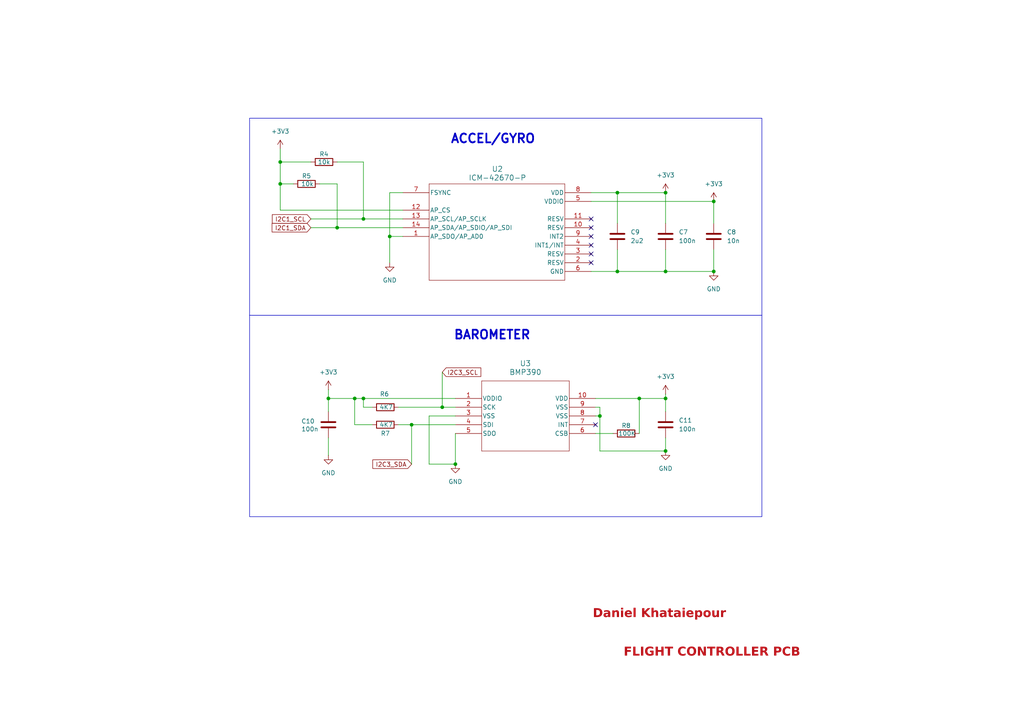
<source format=kicad_sch>
(kicad_sch
	(version 20231120)
	(generator "eeschema")
	(generator_version "8.0")
	(uuid "751d0a52-0a16-4e5e-bb39-391dc1f65fdc")
	(paper "A4")
	(title_block
		(date "2025-09-02")
	)
	(lib_symbols
		(symbol "BMP390:BMP390"
			(pin_names
				(offset 0.254)
			)
			(exclude_from_sim no)
			(in_bom yes)
			(on_board yes)
			(property "Reference" "U3"
				(at 20.32 10.16 0)
				(effects
					(font
						(size 1.524 1.524)
					)
				)
			)
			(property "Value" "BMP390"
				(at 20.32 7.62 0)
				(effects
					(font
						(size 1.524 1.524)
					)
				)
			)
			(property "Footprint" "10LGA_2X2X0p75_BOS"
				(at 0 0 0)
				(effects
					(font
						(size 1.27 1.27)
						(italic yes)
					)
					(hide yes)
				)
			)
			(property "Datasheet" "BMP390"
				(at 0 0 0)
				(effects
					(font
						(size 1.27 1.27)
						(italic yes)
					)
					(hide yes)
				)
			)
			(property "Description" ""
				(at 0 0 0)
				(effects
					(font
						(size 1.27 1.27)
					)
					(hide yes)
				)
			)
			(property "ki_locked" ""
				(at 0 0 0)
				(effects
					(font
						(size 1.27 1.27)
					)
				)
			)
			(property "ki_keywords" "BMP390"
				(at 0 0 0)
				(effects
					(font
						(size 1.27 1.27)
					)
					(hide yes)
				)
			)
			(property "ki_fp_filters" "10LGA_2X2X0p75_BOS 10LGA_2X2X0p75_BOS-M 10LGA_2X2X0p75_BOS-L"
				(at 0 0 0)
				(effects
					(font
						(size 1.27 1.27)
					)
					(hide yes)
				)
			)
			(symbol "BMP390_0_1"
				(polyline
					(pts
						(xy 7.62 -15.24) (xy 33.02 -15.24)
					)
					(stroke
						(width 0.127)
						(type default)
					)
					(fill
						(type none)
					)
				)
				(polyline
					(pts
						(xy 7.62 5.08) (xy 7.62 -15.24)
					)
					(stroke
						(width 0.127)
						(type default)
					)
					(fill
						(type none)
					)
				)
				(polyline
					(pts
						(xy 33.02 -15.24) (xy 33.02 5.08)
					)
					(stroke
						(width 0.127)
						(type default)
					)
					(fill
						(type none)
					)
				)
				(polyline
					(pts
						(xy 33.02 5.08) (xy 7.62 5.08)
					)
					(stroke
						(width 0.127)
						(type default)
					)
					(fill
						(type none)
					)
				)
				(pin power_in line
					(at 0 0 0)
					(length 7.62)
					(name "VDDIO"
						(effects
							(font
								(size 1.27 1.27)
							)
						)
					)
					(number "1"
						(effects
							(font
								(size 1.27 1.27)
							)
						)
					)
				)
				(pin power_in line
					(at 40.64 0 180)
					(length 7.62)
					(name "VDD"
						(effects
							(font
								(size 1.27 1.27)
							)
						)
					)
					(number "10"
						(effects
							(font
								(size 1.27 1.27)
							)
						)
					)
				)
				(pin input line
					(at 0 -2.54 0)
					(length 7.62)
					(name "SCK"
						(effects
							(font
								(size 1.27 1.27)
							)
						)
					)
					(number "2"
						(effects
							(font
								(size 1.27 1.27)
							)
						)
					)
				)
				(pin power_out line
					(at 0 -5.08 0)
					(length 7.62)
					(name "VSS"
						(effects
							(font
								(size 1.27 1.27)
							)
						)
					)
					(number "3"
						(effects
							(font
								(size 1.27 1.27)
							)
						)
					)
				)
				(pin bidirectional line
					(at 0 -7.62 0)
					(length 7.62)
					(name "SDI"
						(effects
							(font
								(size 1.27 1.27)
							)
						)
					)
					(number "4"
						(effects
							(font
								(size 1.27 1.27)
							)
						)
					)
				)
				(pin bidirectional line
					(at 0 -10.16 0)
					(length 7.62)
					(name "SDO"
						(effects
							(font
								(size 1.27 1.27)
							)
						)
					)
					(number "5"
						(effects
							(font
								(size 1.27 1.27)
							)
						)
					)
				)
				(pin input line
					(at 40.64 -10.16 180)
					(length 7.62)
					(name "CSB"
						(effects
							(font
								(size 1.27 1.27)
							)
						)
					)
					(number "6"
						(effects
							(font
								(size 1.27 1.27)
							)
						)
					)
				)
				(pin power_out line
					(at 40.64 -5.08 180)
					(length 7.62)
					(name "VSS"
						(effects
							(font
								(size 1.27 1.27)
							)
						)
					)
					(number "8"
						(effects
							(font
								(size 1.27 1.27)
							)
						)
					)
				)
				(pin power_out line
					(at 40.64 -2.54 180)
					(length 7.62)
					(name "VSS"
						(effects
							(font
								(size 1.27 1.27)
							)
						)
					)
					(number "9"
						(effects
							(font
								(size 1.27 1.27)
							)
						)
					)
				)
			)
			(symbol "BMP390_1_1"
				(pin no_connect line
					(at 40.64 -7.62 180)
					(length 7.62)
					(name "INT"
						(effects
							(font
								(size 1.27 1.27)
							)
						)
					)
					(number "7"
						(effects
							(font
								(size 1.27 1.27)
							)
						)
					)
				)
			)
		)
		(symbol "Device:C"
			(pin_numbers hide)
			(pin_names
				(offset 0.254)
			)
			(exclude_from_sim no)
			(in_bom yes)
			(on_board yes)
			(property "Reference" "C"
				(at 0.635 2.54 0)
				(effects
					(font
						(size 1.27 1.27)
					)
					(justify left)
				)
			)
			(property "Value" "C"
				(at 0.635 -2.54 0)
				(effects
					(font
						(size 1.27 1.27)
					)
					(justify left)
				)
			)
			(property "Footprint" ""
				(at 0.9652 -3.81 0)
				(effects
					(font
						(size 1.27 1.27)
					)
					(hide yes)
				)
			)
			(property "Datasheet" "~"
				(at 0 0 0)
				(effects
					(font
						(size 1.27 1.27)
					)
					(hide yes)
				)
			)
			(property "Description" "Unpolarized capacitor"
				(at 0 0 0)
				(effects
					(font
						(size 1.27 1.27)
					)
					(hide yes)
				)
			)
			(property "ki_keywords" "cap capacitor"
				(at 0 0 0)
				(effects
					(font
						(size 1.27 1.27)
					)
					(hide yes)
				)
			)
			(property "ki_fp_filters" "C_*"
				(at 0 0 0)
				(effects
					(font
						(size 1.27 1.27)
					)
					(hide yes)
				)
			)
			(symbol "C_0_1"
				(polyline
					(pts
						(xy -2.032 -0.762) (xy 2.032 -0.762)
					)
					(stroke
						(width 0.508)
						(type default)
					)
					(fill
						(type none)
					)
				)
				(polyline
					(pts
						(xy -2.032 0.762) (xy 2.032 0.762)
					)
					(stroke
						(width 0.508)
						(type default)
					)
					(fill
						(type none)
					)
				)
			)
			(symbol "C_1_1"
				(pin passive line
					(at 0 3.81 270)
					(length 2.794)
					(name "~"
						(effects
							(font
								(size 1.27 1.27)
							)
						)
					)
					(number "1"
						(effects
							(font
								(size 1.27 1.27)
							)
						)
					)
				)
				(pin passive line
					(at 0 -3.81 90)
					(length 2.794)
					(name "~"
						(effects
							(font
								(size 1.27 1.27)
							)
						)
					)
					(number "2"
						(effects
							(font
								(size 1.27 1.27)
							)
						)
					)
				)
			)
		)
		(symbol "Device:R"
			(pin_numbers hide)
			(pin_names
				(offset 0)
			)
			(exclude_from_sim no)
			(in_bom yes)
			(on_board yes)
			(property "Reference" "R"
				(at 2.032 0 90)
				(effects
					(font
						(size 1.27 1.27)
					)
				)
			)
			(property "Value" "R"
				(at 0 0 90)
				(effects
					(font
						(size 1.27 1.27)
					)
				)
			)
			(property "Footprint" ""
				(at -1.778 0 90)
				(effects
					(font
						(size 1.27 1.27)
					)
					(hide yes)
				)
			)
			(property "Datasheet" "~"
				(at 0 0 0)
				(effects
					(font
						(size 1.27 1.27)
					)
					(hide yes)
				)
			)
			(property "Description" "Resistor"
				(at 0 0 0)
				(effects
					(font
						(size 1.27 1.27)
					)
					(hide yes)
				)
			)
			(property "ki_keywords" "R res resistor"
				(at 0 0 0)
				(effects
					(font
						(size 1.27 1.27)
					)
					(hide yes)
				)
			)
			(property "ki_fp_filters" "R_*"
				(at 0 0 0)
				(effects
					(font
						(size 1.27 1.27)
					)
					(hide yes)
				)
			)
			(symbol "R_0_1"
				(rectangle
					(start -1.016 -2.54)
					(end 1.016 2.54)
					(stroke
						(width 0.254)
						(type default)
					)
					(fill
						(type none)
					)
				)
			)
			(symbol "R_1_1"
				(pin passive line
					(at 0 3.81 270)
					(length 1.27)
					(name "~"
						(effects
							(font
								(size 1.27 1.27)
							)
						)
					)
					(number "1"
						(effects
							(font
								(size 1.27 1.27)
							)
						)
					)
				)
				(pin passive line
					(at 0 -3.81 90)
					(length 1.27)
					(name "~"
						(effects
							(font
								(size 1.27 1.27)
							)
						)
					)
					(number "2"
						(effects
							(font
								(size 1.27 1.27)
							)
						)
					)
				)
			)
		)
		(symbol "ICM-42670-P:ICM-42670-P"
			(pin_names
				(offset 0.254)
			)
			(exclude_from_sim no)
			(in_bom yes)
			(on_board yes)
			(property "Reference" "U2"
				(at 71.882 36.068 0)
				(effects
					(font
						(size 1.524 1.524)
					)
				)
			)
			(property "Value" "ICM-42670-P"
				(at 71.882 33.528 0)
				(effects
					(font
						(size 1.524 1.524)
					)
				)
			)
			(property "Footprint" "LGA14_2.5X3X0.76_IVS"
				(at 72.39 39.116 0)
				(effects
					(font
						(size 1.27 1.27)
						(italic yes)
					)
					(hide yes)
				)
			)
			(property "Datasheet" "ICM-42670-P"
				(at 71.374 42.672 0)
				(effects
					(font
						(size 1.27 1.27)
						(italic yes)
					)
					(hide yes)
				)
			)
			(property "Description" ""
				(at 44.45 25.4 0)
				(effects
					(font
						(size 1.27 1.27)
					)
					(hide yes)
				)
			)
			(property "ki_locked" ""
				(at 0 0 0)
				(effects
					(font
						(size 1.27 1.27)
					)
				)
			)
			(property "ki_keywords" "ICM-42670-P"
				(at 0 0 0)
				(effects
					(font
						(size 1.27 1.27)
					)
					(hide yes)
				)
			)
			(property "ki_fp_filters" "LGA14_2.5X3X0.76_IVS LGA14_2.5X3X0.76_IVS-M LGA14_2.5X3X0.76_IVS-L"
				(at 0 0 0)
				(effects
					(font
						(size 1.27 1.27)
					)
					(hide yes)
				)
			)
			(symbol "ICM-42670-P_0_1"
				(polyline
					(pts
						(xy 52.07 3.81) (xy 91.44 3.81)
					)
					(stroke
						(width 0.127)
						(type default)
					)
					(fill
						(type none)
					)
				)
				(polyline
					(pts
						(xy 52.07 31.75) (xy 52.07 3.81)
					)
					(stroke
						(width 0.127)
						(type default)
					)
					(fill
						(type none)
					)
				)
				(polyline
					(pts
						(xy 91.44 3.81) (xy 91.44 31.75)
					)
					(stroke
						(width 0.127)
						(type default)
					)
					(fill
						(type none)
					)
				)
				(polyline
					(pts
						(xy 91.44 31.75) (xy 52.07 31.75)
					)
					(stroke
						(width 0.127)
						(type default)
					)
					(fill
						(type none)
					)
				)
				(pin bidirectional line
					(at 44.45 16.51 0)
					(length 7.62)
					(name "AP_SDO/AP_AD0"
						(effects
							(font
								(size 1.27 1.27)
							)
						)
					)
					(number "1"
						(effects
							(font
								(size 1.27 1.27)
							)
						)
					)
				)
				(pin no_connect line
					(at 99.06 19.05 180)
					(length 7.62)
					(name "RESV"
						(effects
							(font
								(size 1.27 1.27)
							)
						)
					)
					(number "10"
						(effects
							(font
								(size 1.27 1.27)
							)
						)
					)
				)
				(pin no_connect line
					(at 99.06 21.59 180)
					(length 7.62)
					(name "RESV"
						(effects
							(font
								(size 1.27 1.27)
							)
						)
					)
					(number "11"
						(effects
							(font
								(size 1.27 1.27)
							)
						)
					)
				)
				(pin input line
					(at 44.45 24.13 0)
					(length 7.62)
					(name "AP_CS"
						(effects
							(font
								(size 1.27 1.27)
							)
						)
					)
					(number "12"
						(effects
							(font
								(size 1.27 1.27)
							)
						)
					)
				)
				(pin bidirectional line
					(at 44.45 21.59 0)
					(length 7.62)
					(name "AP_SCL/AP_SCLK"
						(effects
							(font
								(size 1.27 1.27)
							)
						)
					)
					(number "13"
						(effects
							(font
								(size 1.27 1.27)
							)
						)
					)
				)
				(pin bidirectional line
					(at 44.45 19.05 0)
					(length 7.62)
					(name "AP_SDA/AP_SDIO/AP_SDI"
						(effects
							(font
								(size 1.27 1.27)
							)
						)
					)
					(number "14"
						(effects
							(font
								(size 1.27 1.27)
							)
						)
					)
				)
				(pin no_connect line
					(at 99.06 8.89 180)
					(length 7.62)
					(name "RESV"
						(effects
							(font
								(size 1.27 1.27)
							)
						)
					)
					(number "2"
						(effects
							(font
								(size 1.27 1.27)
							)
						)
					)
				)
				(pin no_connect line
					(at 99.06 11.43 180)
					(length 7.62)
					(name "RESV"
						(effects
							(font
								(size 1.27 1.27)
							)
						)
					)
					(number "3"
						(effects
							(font
								(size 1.27 1.27)
							)
						)
					)
				)
				(pin power_in line
					(at 99.06 26.67 180)
					(length 7.62)
					(name "VDDIO"
						(effects
							(font
								(size 1.27 1.27)
							)
						)
					)
					(number "5"
						(effects
							(font
								(size 1.27 1.27)
							)
						)
					)
				)
				(pin power_out line
					(at 99.06 6.35 180)
					(length 7.62)
					(name "GND"
						(effects
							(font
								(size 1.27 1.27)
							)
						)
					)
					(number "6"
						(effects
							(font
								(size 1.27 1.27)
							)
						)
					)
				)
				(pin input line
					(at 44.45 29.21 0)
					(length 7.62)
					(name "FSYNC"
						(effects
							(font
								(size 1.27 1.27)
							)
						)
					)
					(number "7"
						(effects
							(font
								(size 1.27 1.27)
							)
						)
					)
				)
				(pin power_in line
					(at 99.06 29.21 180)
					(length 7.62)
					(name "VDD"
						(effects
							(font
								(size 1.27 1.27)
							)
						)
					)
					(number "8"
						(effects
							(font
								(size 1.27 1.27)
							)
						)
					)
				)
			)
			(symbol "ICM-42670-P_1_1"
				(pin no_connect line
					(at 99.06 13.97 180)
					(length 7.62)
					(name "INT1/INT"
						(effects
							(font
								(size 1.27 1.27)
							)
						)
					)
					(number "4"
						(effects
							(font
								(size 1.27 1.27)
							)
						)
					)
				)
				(pin no_connect line
					(at 99.06 16.51 180)
					(length 7.62)
					(name "INT2"
						(effects
							(font
								(size 1.27 1.27)
							)
						)
					)
					(number "9"
						(effects
							(font
								(size 1.27 1.27)
							)
						)
					)
				)
			)
		)
		(symbol "power:+3V3"
			(power)
			(pin_numbers hide)
			(pin_names
				(offset 0) hide)
			(exclude_from_sim no)
			(in_bom yes)
			(on_board yes)
			(property "Reference" "#PWR"
				(at 0 -3.81 0)
				(effects
					(font
						(size 1.27 1.27)
					)
					(hide yes)
				)
			)
			(property "Value" "+3V3"
				(at 0 3.556 0)
				(effects
					(font
						(size 1.27 1.27)
					)
				)
			)
			(property "Footprint" ""
				(at 0 0 0)
				(effects
					(font
						(size 1.27 1.27)
					)
					(hide yes)
				)
			)
			(property "Datasheet" ""
				(at 0 0 0)
				(effects
					(font
						(size 1.27 1.27)
					)
					(hide yes)
				)
			)
			(property "Description" "Power symbol creates a global label with name \"+3V3\""
				(at 0 0 0)
				(effects
					(font
						(size 1.27 1.27)
					)
					(hide yes)
				)
			)
			(property "ki_keywords" "global power"
				(at 0 0 0)
				(effects
					(font
						(size 1.27 1.27)
					)
					(hide yes)
				)
			)
			(symbol "+3V3_0_1"
				(polyline
					(pts
						(xy -0.762 1.27) (xy 0 2.54)
					)
					(stroke
						(width 0)
						(type default)
					)
					(fill
						(type none)
					)
				)
				(polyline
					(pts
						(xy 0 0) (xy 0 2.54)
					)
					(stroke
						(width 0)
						(type default)
					)
					(fill
						(type none)
					)
				)
				(polyline
					(pts
						(xy 0 2.54) (xy 0.762 1.27)
					)
					(stroke
						(width 0)
						(type default)
					)
					(fill
						(type none)
					)
				)
			)
			(symbol "+3V3_1_1"
				(pin power_in line
					(at 0 0 90)
					(length 0)
					(name "~"
						(effects
							(font
								(size 1.27 1.27)
							)
						)
					)
					(number "1"
						(effects
							(font
								(size 1.27 1.27)
							)
						)
					)
				)
			)
		)
		(symbol "power:GND"
			(power)
			(pin_numbers hide)
			(pin_names
				(offset 0) hide)
			(exclude_from_sim no)
			(in_bom yes)
			(on_board yes)
			(property "Reference" "#PWR"
				(at 0 -6.35 0)
				(effects
					(font
						(size 1.27 1.27)
					)
					(hide yes)
				)
			)
			(property "Value" "GND"
				(at 0 -3.81 0)
				(effects
					(font
						(size 1.27 1.27)
					)
				)
			)
			(property "Footprint" ""
				(at 0 0 0)
				(effects
					(font
						(size 1.27 1.27)
					)
					(hide yes)
				)
			)
			(property "Datasheet" ""
				(at 0 0 0)
				(effects
					(font
						(size 1.27 1.27)
					)
					(hide yes)
				)
			)
			(property "Description" "Power symbol creates a global label with name \"GND\" , ground"
				(at 0 0 0)
				(effects
					(font
						(size 1.27 1.27)
					)
					(hide yes)
				)
			)
			(property "ki_keywords" "global power"
				(at 0 0 0)
				(effects
					(font
						(size 1.27 1.27)
					)
					(hide yes)
				)
			)
			(symbol "GND_0_1"
				(polyline
					(pts
						(xy 0 0) (xy 0 -1.27) (xy 1.27 -1.27) (xy 0 -2.54) (xy -1.27 -1.27) (xy 0 -1.27)
					)
					(stroke
						(width 0)
						(type default)
					)
					(fill
						(type none)
					)
				)
			)
			(symbol "GND_1_1"
				(pin power_in line
					(at 0 0 270)
					(length 0)
					(name "~"
						(effects
							(font
								(size 1.27 1.27)
							)
						)
					)
					(number "1"
						(effects
							(font
								(size 1.27 1.27)
							)
						)
					)
				)
			)
		)
	)
	(junction
		(at 102.87 115.57)
		(diameter 0)
		(color 0 0 0 0)
		(uuid "04007db5-7ec4-4461-bfc6-2772e0c5efc7")
	)
	(junction
		(at 207.01 78.74)
		(diameter 0)
		(color 0 0 0 0)
		(uuid "04436f0a-e556-425d-aed5-2cab2fddda12")
	)
	(junction
		(at 193.04 130.81)
		(diameter 0)
		(color 0 0 0 0)
		(uuid "0e035a00-a1b4-48e7-916d-2dd439d52afb")
	)
	(junction
		(at 193.04 115.57)
		(diameter 0)
		(color 0 0 0 0)
		(uuid "17c7b5f1-3323-48bf-bde0-6ae84e96b4fd")
	)
	(junction
		(at 105.41 63.5)
		(diameter 0)
		(color 0 0 0 0)
		(uuid "24341c31-d5cb-46e6-a870-b438611d4cb5")
	)
	(junction
		(at 95.25 115.57)
		(diameter 0)
		(color 0 0 0 0)
		(uuid "2b50aefd-1095-48a2-8ee2-96819f9815b5")
	)
	(junction
		(at 193.04 78.74)
		(diameter 0)
		(color 0 0 0 0)
		(uuid "30a4033c-4e3c-466d-bfbd-a07a3198e4a0")
	)
	(junction
		(at 179.07 55.88)
		(diameter 0)
		(color 0 0 0 0)
		(uuid "31c10abf-7965-43a6-a43a-4ce4228da4ec")
	)
	(junction
		(at 193.04 55.88)
		(diameter 0)
		(color 0 0 0 0)
		(uuid "3386bbfa-a378-4cc2-b7d7-95058f0ad3bd")
	)
	(junction
		(at 81.28 46.99)
		(diameter 0)
		(color 0 0 0 0)
		(uuid "4d50dde0-3de7-4228-bcb4-3925c71b5498")
	)
	(junction
		(at 132.08 134.62)
		(diameter 0)
		(color 0 0 0 0)
		(uuid "5fffa213-6e62-43ca-bb48-2562d1d1b994")
	)
	(junction
		(at 185.42 115.57)
		(diameter 0)
		(color 0 0 0 0)
		(uuid "88b19dcb-2f9a-4360-944e-14c9e5f501c1")
	)
	(junction
		(at 119.38 123.19)
		(diameter 0)
		(color 0 0 0 0)
		(uuid "8b74ab97-784a-4051-8af6-7dadbf4b1418")
	)
	(junction
		(at 207.01 58.42)
		(diameter 0)
		(color 0 0 0 0)
		(uuid "8f8011c1-c6d7-4e20-95e1-8fee58a872f7")
	)
	(junction
		(at 173.99 120.65)
		(diameter 0)
		(color 0 0 0 0)
		(uuid "bc8051eb-5c50-4618-8c88-cf322852aa8d")
	)
	(junction
		(at 113.03 68.58)
		(diameter 0)
		(color 0 0 0 0)
		(uuid "c3c0be84-3c05-4221-b393-59b253e89a14")
	)
	(junction
		(at 81.28 53.34)
		(diameter 0)
		(color 0 0 0 0)
		(uuid "c7bec023-d97d-4de5-b50a-e2bf58bdce10")
	)
	(junction
		(at 128.27 118.11)
		(diameter 0)
		(color 0 0 0 0)
		(uuid "cc5f71e8-a713-4806-a787-2dc6d0ef9599")
	)
	(junction
		(at 97.79 66.04)
		(diameter 0)
		(color 0 0 0 0)
		(uuid "e65145dc-9a8f-4fd0-ac25-a524bbbc810e")
	)
	(junction
		(at 105.41 115.57)
		(diameter 0)
		(color 0 0 0 0)
		(uuid "e8287350-c871-4345-b288-d2fc88d05796")
	)
	(junction
		(at 179.07 78.74)
		(diameter 0)
		(color 0 0 0 0)
		(uuid "f9201d20-2915-4b6d-a444-a6ffdd47e003")
	)
	(no_connect
		(at 171.45 71.12)
		(uuid "14a78c57-563f-4356-a1c7-286e1fd57290")
	)
	(no_connect
		(at 171.45 66.04)
		(uuid "5810210b-7411-4ae8-849f-ec6fc6b130e3")
	)
	(no_connect
		(at 171.45 68.58)
		(uuid "8a3aaeb1-6513-4a1e-9b75-688c85ce6190")
	)
	(no_connect
		(at 171.45 63.5)
		(uuid "8d24a27d-a493-4a19-80a9-b03e82e6c31d")
	)
	(no_connect
		(at 171.45 76.2)
		(uuid "9400f80f-e947-4f12-bc8a-56424559f917")
	)
	(no_connect
		(at 172.72 123.19)
		(uuid "95da6e20-8f8a-4fe8-8499-f326e3d16eb9")
	)
	(no_connect
		(at 171.45 73.66)
		(uuid "fe7d286f-ac2c-4d9c-85c0-cbf55c7d494c")
	)
	(wire
		(pts
			(xy 128.27 118.11) (xy 132.08 118.11)
		)
		(stroke
			(width 0)
			(type default)
		)
		(uuid "07d6fddd-ed84-4c98-b8dd-748afbc94b23")
	)
	(wire
		(pts
			(xy 173.99 120.65) (xy 172.72 120.65)
		)
		(stroke
			(width 0)
			(type default)
		)
		(uuid "090b5f42-0263-443a-aadf-5c58eec7812a")
	)
	(wire
		(pts
			(xy 171.45 58.42) (xy 207.01 58.42)
		)
		(stroke
			(width 0)
			(type default)
		)
		(uuid "10856c12-e1b7-4e9f-bc34-6d0247a18403")
	)
	(wire
		(pts
			(xy 116.84 55.88) (xy 113.03 55.88)
		)
		(stroke
			(width 0)
			(type default)
		)
		(uuid "1b47290e-30ca-48f7-a6b7-f661f43c714b")
	)
	(wire
		(pts
			(xy 116.84 60.96) (xy 81.28 60.96)
		)
		(stroke
			(width 0)
			(type default)
		)
		(uuid "1de39b79-2eb0-4b12-bf97-f5b2d8891b24")
	)
	(wire
		(pts
			(xy 193.04 130.81) (xy 193.04 127)
		)
		(stroke
			(width 0)
			(type default)
		)
		(uuid "1f3963ec-0caf-47c0-8e49-8b5919c50dba")
	)
	(wire
		(pts
			(xy 105.41 115.57) (xy 132.08 115.57)
		)
		(stroke
			(width 0)
			(type default)
		)
		(uuid "24fd67a1-0c5e-4637-ad5b-04e171f8c572")
	)
	(wire
		(pts
			(xy 171.45 78.74) (xy 179.07 78.74)
		)
		(stroke
			(width 0)
			(type default)
		)
		(uuid "2b386daa-2690-436b-9007-3ccc436cdac0")
	)
	(wire
		(pts
			(xy 179.07 55.88) (xy 193.04 55.88)
		)
		(stroke
			(width 0)
			(type default)
		)
		(uuid "2b9211ab-9654-4c47-a625-8e8daabd9c4e")
	)
	(wire
		(pts
			(xy 172.72 118.11) (xy 173.99 118.11)
		)
		(stroke
			(width 0)
			(type default)
		)
		(uuid "2ec620e6-7e6d-4ad4-a68b-25124561a1c8")
	)
	(wire
		(pts
			(xy 119.38 123.19) (xy 132.08 123.19)
		)
		(stroke
			(width 0)
			(type default)
		)
		(uuid "2f9f4ac2-f8d2-484c-bc68-94a569a01b9f")
	)
	(wire
		(pts
			(xy 107.95 118.11) (xy 105.41 118.11)
		)
		(stroke
			(width 0)
			(type default)
		)
		(uuid "30423581-b796-42b3-b6aa-0179dee1896a")
	)
	(wire
		(pts
			(xy 207.01 58.42) (xy 207.01 64.77)
		)
		(stroke
			(width 0)
			(type default)
		)
		(uuid "35972c3d-4301-4635-8e7c-51f34ae07cf7")
	)
	(wire
		(pts
			(xy 95.25 115.57) (xy 102.87 115.57)
		)
		(stroke
			(width 0)
			(type default)
		)
		(uuid "3c10fb2b-0707-4c0e-9f94-53022b44b477")
	)
	(wire
		(pts
			(xy 115.57 123.19) (xy 119.38 123.19)
		)
		(stroke
			(width 0)
			(type default)
		)
		(uuid "443cdecd-00f6-4ebd-9de4-1046aa909801")
	)
	(wire
		(pts
			(xy 113.03 55.88) (xy 113.03 68.58)
		)
		(stroke
			(width 0)
			(type default)
		)
		(uuid "446f22ee-143c-4f2c-a111-d99fd754ef46")
	)
	(wire
		(pts
			(xy 207.01 72.39) (xy 207.01 78.74)
		)
		(stroke
			(width 0)
			(type default)
		)
		(uuid "49c20289-82fd-4174-a2f5-231ed30210a7")
	)
	(wire
		(pts
			(xy 124.46 120.65) (xy 132.08 120.65)
		)
		(stroke
			(width 0)
			(type default)
		)
		(uuid "4b533004-bf07-40b9-85af-63052839e087")
	)
	(wire
		(pts
			(xy 115.57 118.11) (xy 128.27 118.11)
		)
		(stroke
			(width 0)
			(type default)
		)
		(uuid "4eebb559-63d3-4437-9baa-97b35440be79")
	)
	(wire
		(pts
			(xy 81.28 60.96) (xy 81.28 53.34)
		)
		(stroke
			(width 0)
			(type default)
		)
		(uuid "56348104-f37f-4445-89c8-b0f28ca75d48")
	)
	(wire
		(pts
			(xy 90.17 63.5) (xy 105.41 63.5)
		)
		(stroke
			(width 0)
			(type default)
		)
		(uuid "5a313fe9-6c85-402b-8e4c-365d4a01b856")
	)
	(wire
		(pts
			(xy 107.95 123.19) (xy 102.87 123.19)
		)
		(stroke
			(width 0)
			(type default)
		)
		(uuid "6221b412-9362-48ca-9c6c-bee6816cbbf3")
	)
	(wire
		(pts
			(xy 97.79 66.04) (xy 116.84 66.04)
		)
		(stroke
			(width 0)
			(type default)
		)
		(uuid "6cc59ac6-62ad-4794-9706-064b59c97361")
	)
	(wire
		(pts
			(xy 81.28 46.99) (xy 90.17 46.99)
		)
		(stroke
			(width 0)
			(type default)
		)
		(uuid "6ed9f3cd-fb75-4e6b-816d-054ad7558f41")
	)
	(wire
		(pts
			(xy 113.03 68.58) (xy 113.03 76.2)
		)
		(stroke
			(width 0)
			(type default)
		)
		(uuid "71f1b4d9-8921-4368-bb1f-b755bff07846")
	)
	(wire
		(pts
			(xy 173.99 120.65) (xy 173.99 130.81)
		)
		(stroke
			(width 0)
			(type default)
		)
		(uuid "724772e2-b719-48d7-99b3-25bb764a52ce")
	)
	(wire
		(pts
			(xy 90.17 66.04) (xy 97.79 66.04)
		)
		(stroke
			(width 0)
			(type default)
		)
		(uuid "76d03a88-d0bd-4f2c-8871-4a9e7a65a91e")
	)
	(wire
		(pts
			(xy 95.25 119.38) (xy 95.25 115.57)
		)
		(stroke
			(width 0)
			(type default)
		)
		(uuid "77b2e586-2baf-4604-aab3-841b80e71865")
	)
	(wire
		(pts
			(xy 193.04 115.57) (xy 185.42 115.57)
		)
		(stroke
			(width 0)
			(type default)
		)
		(uuid "7d1f8a8e-9dc8-41e5-bc7a-2695d7525595")
	)
	(wire
		(pts
			(xy 102.87 115.57) (xy 105.41 115.57)
		)
		(stroke
			(width 0)
			(type default)
		)
		(uuid "80d46fb8-5cba-426e-bb83-e86cb2361368")
	)
	(wire
		(pts
			(xy 95.25 113.03) (xy 95.25 115.57)
		)
		(stroke
			(width 0)
			(type default)
		)
		(uuid "82eef370-ab1e-40f5-a864-2289b5ad0d9b")
	)
	(wire
		(pts
			(xy 173.99 130.81) (xy 193.04 130.81)
		)
		(stroke
			(width 0)
			(type default)
		)
		(uuid "86caa543-f6c6-4a2a-a471-2968672abf31")
	)
	(wire
		(pts
			(xy 172.72 125.73) (xy 177.8 125.73)
		)
		(stroke
			(width 0)
			(type default)
		)
		(uuid "95e01f35-fe35-42dd-80d8-d753812acd0e")
	)
	(wire
		(pts
			(xy 193.04 78.74) (xy 207.01 78.74)
		)
		(stroke
			(width 0)
			(type default)
		)
		(uuid "96168372-712b-4681-93f6-3bb508e46a13")
	)
	(wire
		(pts
			(xy 128.27 107.95) (xy 128.27 118.11)
		)
		(stroke
			(width 0)
			(type default)
		)
		(uuid "9680bb30-3ccb-4701-972c-4e077b744029")
	)
	(wire
		(pts
			(xy 105.41 63.5) (xy 116.84 63.5)
		)
		(stroke
			(width 0)
			(type default)
		)
		(uuid "979e8b20-01a0-4298-bbad-f9f38b7e5c20")
	)
	(wire
		(pts
			(xy 193.04 114.3) (xy 193.04 115.57)
		)
		(stroke
			(width 0)
			(type default)
		)
		(uuid "97a40b88-6592-4feb-8b26-ffb5646f7ae7")
	)
	(wire
		(pts
			(xy 119.38 123.19) (xy 119.38 134.62)
		)
		(stroke
			(width 0)
			(type default)
		)
		(uuid "9e06eaca-ff7a-47c0-810d-5c3a67dd6d4a")
	)
	(wire
		(pts
			(xy 81.28 43.18) (xy 81.28 46.99)
		)
		(stroke
			(width 0)
			(type default)
		)
		(uuid "9ee15534-d0ec-4902-b151-68025f6f0d96")
	)
	(wire
		(pts
			(xy 81.28 53.34) (xy 85.09 53.34)
		)
		(stroke
			(width 0)
			(type default)
		)
		(uuid "a15dd5c2-c98a-49d0-b1cf-55c3cd1e3dc9")
	)
	(wire
		(pts
			(xy 132.08 125.73) (xy 132.08 134.62)
		)
		(stroke
			(width 0)
			(type default)
		)
		(uuid "aa017b54-5e35-40e5-9626-260c669cdccf")
	)
	(wire
		(pts
			(xy 179.07 78.74) (xy 179.07 72.39)
		)
		(stroke
			(width 0)
			(type default)
		)
		(uuid "b4702b1e-eb16-40f3-90c3-d1fd9abeaa6b")
	)
	(wire
		(pts
			(xy 193.04 55.88) (xy 193.04 64.77)
		)
		(stroke
			(width 0)
			(type default)
		)
		(uuid "b4bfd684-92d5-4064-9352-6d2b045d8637")
	)
	(wire
		(pts
			(xy 124.46 120.65) (xy 124.46 134.62)
		)
		(stroke
			(width 0)
			(type default)
		)
		(uuid "ba283257-082a-49b1-9f94-9e8122c03fbe")
	)
	(wire
		(pts
			(xy 124.46 134.62) (xy 132.08 134.62)
		)
		(stroke
			(width 0)
			(type default)
		)
		(uuid "bc3d9950-7018-4da2-94a4-e0456c110e55")
	)
	(wire
		(pts
			(xy 185.42 125.73) (xy 185.42 115.57)
		)
		(stroke
			(width 0)
			(type default)
		)
		(uuid "befd59e5-fb3e-4149-9012-d4a8f035cc7c")
	)
	(wire
		(pts
			(xy 193.04 72.39) (xy 193.04 78.74)
		)
		(stroke
			(width 0)
			(type default)
		)
		(uuid "cc668a3f-664e-41ed-a6ba-740c53883e11")
	)
	(wire
		(pts
			(xy 102.87 123.19) (xy 102.87 115.57)
		)
		(stroke
			(width 0)
			(type default)
		)
		(uuid "ce30d467-cd88-4cdb-bb44-15ecdb6ab606")
	)
	(wire
		(pts
			(xy 173.99 118.11) (xy 173.99 120.65)
		)
		(stroke
			(width 0)
			(type default)
		)
		(uuid "cface2a2-f1a3-4727-b03c-c7233b4c6c93")
	)
	(wire
		(pts
			(xy 105.41 118.11) (xy 105.41 115.57)
		)
		(stroke
			(width 0)
			(type default)
		)
		(uuid "d2303a7a-6853-48f5-bcb6-347edbfc8d7e")
	)
	(wire
		(pts
			(xy 81.28 46.99) (xy 81.28 53.34)
		)
		(stroke
			(width 0)
			(type default)
		)
		(uuid "d495965a-6d95-47f3-ba48-e0e91ec7cc43")
	)
	(wire
		(pts
			(xy 193.04 119.38) (xy 193.04 115.57)
		)
		(stroke
			(width 0)
			(type default)
		)
		(uuid "d646e6d4-982d-4daa-bda9-eddeaa1b7304")
	)
	(wire
		(pts
			(xy 97.79 53.34) (xy 97.79 66.04)
		)
		(stroke
			(width 0)
			(type default)
		)
		(uuid "d67f5540-aa93-4e08-85c2-29b041b5039b")
	)
	(wire
		(pts
			(xy 92.71 53.34) (xy 97.79 53.34)
		)
		(stroke
			(width 0)
			(type default)
		)
		(uuid "d8ddf18b-b923-40ae-b11e-95b8c210c2af")
	)
	(wire
		(pts
			(xy 171.45 55.88) (xy 179.07 55.88)
		)
		(stroke
			(width 0)
			(type default)
		)
		(uuid "dced0853-3b51-440f-9ad4-feb147a2756f")
	)
	(wire
		(pts
			(xy 179.07 78.74) (xy 193.04 78.74)
		)
		(stroke
			(width 0)
			(type default)
		)
		(uuid "de06144f-4774-473a-b75e-097fd0104414")
	)
	(wire
		(pts
			(xy 179.07 55.88) (xy 179.07 64.77)
		)
		(stroke
			(width 0)
			(type default)
		)
		(uuid "e98016d2-3657-4a46-a460-d67e6821d01b")
	)
	(wire
		(pts
			(xy 95.25 127) (xy 95.25 132.08)
		)
		(stroke
			(width 0)
			(type default)
		)
		(uuid "eacc8ddf-46a5-4e06-a118-020f9c2ccfe0")
	)
	(wire
		(pts
			(xy 113.03 68.58) (xy 116.84 68.58)
		)
		(stroke
			(width 0)
			(type default)
		)
		(uuid "ef0f6ad7-9f6d-4329-939f-2492625e10f2")
	)
	(wire
		(pts
			(xy 185.42 115.57) (xy 172.72 115.57)
		)
		(stroke
			(width 0)
			(type default)
		)
		(uuid "f3285f8b-05ec-4ce9-aed2-1f6139c04d6e")
	)
	(wire
		(pts
			(xy 105.41 46.99) (xy 105.41 63.5)
		)
		(stroke
			(width 0)
			(type default)
		)
		(uuid "f65f9ae4-cb42-4bac-8dc7-6cdbfddcba1f")
	)
	(wire
		(pts
			(xy 97.79 46.99) (xy 105.41 46.99)
		)
		(stroke
			(width 0)
			(type default)
		)
		(uuid "f708f85a-0031-43e3-aced-b0c23bd24b92")
	)
	(rectangle
		(start 72.39 91.44)
		(end 220.98 149.86)
		(stroke
			(width 0)
			(type default)
		)
		(fill
			(type none)
		)
		(uuid 09b9e8f0-aad4-470d-8fe1-b5aeb53afb9d)
	)
	(rectangle
		(start 72.39 34.29)
		(end 220.98 91.44)
		(stroke
			(width 0)
			(type default)
		)
		(fill
			(type none)
		)
		(uuid cca07214-4f60-4751-ab35-029da9d9aad9)
	)
	(text "ACCEL/GYRO\n"
		(exclude_from_sim no)
		(at 143.002 40.386 0)
		(effects
			(font
				(face "KiCad Font")
				(size 2.54 2.54)
				(thickness 0.508)
				(bold yes)
			)
		)
		(uuid "1c3ca9e6-984c-4535-a5b2-1d96165a2f7b")
	)
	(text "FLIGHT CONTROLLER PCB"
		(exclude_from_sim no)
		(at 206.502 189.992 0)
		(effects
			(font
				(face "Liberation Sans Narrow")
				(size 2.54 2.54)
				(bold yes)
				(italic yes)
				(color 186 17 24 1)
			)
		)
		(uuid "4d07b018-2aa7-413a-be9f-388107e6b1e8")
	)
	(text "BAROMETER"
		(exclude_from_sim no)
		(at 142.748 97.282 0)
		(effects
			(font
				(face "KiCad Font")
				(size 2.54 2.54)
				(thickness 0.508)
				(bold yes)
			)
		)
		(uuid "8e25dbde-bf49-4437-be79-65e90140f565")
	)
	(text "Daniel Khataiepour"
		(exclude_from_sim no)
		(at 191.262 178.816 0)
		(effects
			(font
				(face "Liberation Sans Narrow")
				(size 2.54 2.54)
				(bold yes)
				(italic yes)
				(color 186 17 24 1)
			)
		)
		(uuid "914fa972-b890-4b0f-ab07-e7cc436c89e9")
	)
	(global_label "I2C3_SDA"
		(shape input)
		(at 119.38 134.62 180)
		(fields_autoplaced yes)
		(effects
			(font
				(size 1.27 1.27)
			)
			(justify right)
		)
		(uuid "0b0232e7-a764-4db4-831a-5705b00828ed")
		(property "Intersheetrefs" "${INTERSHEET_REFS}"
			(at 107.5653 134.62 0)
			(effects
				(font
					(size 1.27 1.27)
				)
				(justify right)
				(hide yes)
			)
		)
	)
	(global_label "I2C3_SCL"
		(shape input)
		(at 128.27 107.95 0)
		(fields_autoplaced yes)
		(effects
			(font
				(size 1.27 1.27)
			)
			(justify left)
		)
		(uuid "3218e4d0-b8af-45ed-8f6f-816e3992545f")
		(property "Intersheetrefs" "${INTERSHEET_REFS}"
			(at 140.0242 107.95 0)
			(effects
				(font
					(size 1.27 1.27)
				)
				(justify left)
				(hide yes)
			)
		)
	)
	(global_label "I2C1_SCL"
		(shape input)
		(at 90.17 63.5 180)
		(fields_autoplaced yes)
		(effects
			(font
				(size 1.27 1.27)
			)
			(justify right)
		)
		(uuid "3485f30b-9958-48f4-bfd7-75e84ce195ef")
		(property "Intersheetrefs" "${INTERSHEET_REFS}"
			(at 78.4158 63.5 0)
			(effects
				(font
					(size 1.27 1.27)
				)
				(justify right)
				(hide yes)
			)
		)
	)
	(global_label "I2C1_SDA"
		(shape input)
		(at 90.17 66.04 180)
		(fields_autoplaced yes)
		(effects
			(font
				(size 1.27 1.27)
			)
			(justify right)
		)
		(uuid "ee14c876-8fdb-493d-882b-ac4036cbd8ff")
		(property "Intersheetrefs" "${INTERSHEET_REFS}"
			(at 78.3553 66.04 0)
			(effects
				(font
					(size 1.27 1.27)
				)
				(justify right)
				(hide yes)
			)
		)
	)
	(symbol
		(lib_id "power:GND")
		(at 193.04 130.81 0)
		(unit 1)
		(exclude_from_sim no)
		(in_bom yes)
		(on_board yes)
		(dnp no)
		(fields_autoplaced yes)
		(uuid "01880c6f-1fcf-4360-a3eb-881aa77d9171")
		(property "Reference" "#PWR18"
			(at 193.04 137.16 0)
			(effects
				(font
					(size 1.27 1.27)
				)
				(hide yes)
			)
		)
		(property "Value" "GND"
			(at 193.04 135.89 0)
			(effects
				(font
					(size 1.27 1.27)
				)
			)
		)
		(property "Footprint" ""
			(at 193.04 130.81 0)
			(effects
				(font
					(size 1.27 1.27)
				)
				(hide yes)
			)
		)
		(property "Datasheet" ""
			(at 193.04 130.81 0)
			(effects
				(font
					(size 1.27 1.27)
				)
				(hide yes)
			)
		)
		(property "Description" "Power symbol creates a global label with name \"GND\" , ground"
			(at 193.04 130.81 0)
			(effects
				(font
					(size 1.27 1.27)
				)
				(hide yes)
			)
		)
		(pin "1"
			(uuid "8320a77c-1eb4-480e-9d14-140f67137b88")
		)
		(instances
			(project "Flight Controlelr"
				(path "/9949995a-e338-484b-87db-7ebe96101aca/c92f2bdc-cc10-4e1e-8f46-8ebff9177722"
					(reference "#PWR18")
					(unit 1)
				)
			)
		)
	)
	(symbol
		(lib_id "Device:R")
		(at 181.61 125.73 90)
		(unit 1)
		(exclude_from_sim no)
		(in_bom yes)
		(on_board yes)
		(dnp no)
		(uuid "05bc6773-7282-431a-b6a2-3c4d9221ba7f")
		(property "Reference" "R8"
			(at 181.61 123.444 90)
			(effects
				(font
					(size 1.27 1.27)
				)
			)
		)
		(property "Value" "100K"
			(at 181.864 125.73 90)
			(effects
				(font
					(size 1.27 1.27)
				)
			)
		)
		(property "Footprint" "Resistor_SMD:R_0402_1005Metric"
			(at 181.61 127.508 90)
			(effects
				(font
					(size 1.27 1.27)
				)
				(hide yes)
			)
		)
		(property "Datasheet" "~"
			(at 181.61 125.73 0)
			(effects
				(font
					(size 1.27 1.27)
				)
				(hide yes)
			)
		)
		(property "Description" "Resistor"
			(at 181.61 125.73 0)
			(effects
				(font
					(size 1.27 1.27)
				)
				(hide yes)
			)
		)
		(pin "2"
			(uuid "a21b28d4-06b3-456b-8e1b-96bfa7e28871")
		)
		(pin "1"
			(uuid "6865c659-273a-4844-81cd-4bb17f12c420")
		)
		(instances
			(project "Flight Controlelr"
				(path "/9949995a-e338-484b-87db-7ebe96101aca/c92f2bdc-cc10-4e1e-8f46-8ebff9177722"
					(reference "R8")
					(unit 1)
				)
			)
		)
	)
	(symbol
		(lib_id "power:+3V3")
		(at 95.25 113.03 0)
		(unit 1)
		(exclude_from_sim no)
		(in_bom yes)
		(on_board yes)
		(dnp no)
		(fields_autoplaced yes)
		(uuid "0bccfd5d-2fb2-4964-b0fb-3cecc0e1fe8c")
		(property "Reference" "#PWR16"
			(at 95.25 116.84 0)
			(effects
				(font
					(size 1.27 1.27)
				)
				(hide yes)
			)
		)
		(property "Value" "+3V3"
			(at 95.25 107.95 0)
			(effects
				(font
					(size 1.27 1.27)
				)
			)
		)
		(property "Footprint" ""
			(at 95.25 113.03 0)
			(effects
				(font
					(size 1.27 1.27)
				)
				(hide yes)
			)
		)
		(property "Datasheet" ""
			(at 95.25 113.03 0)
			(effects
				(font
					(size 1.27 1.27)
				)
				(hide yes)
			)
		)
		(property "Description" "Power symbol creates a global label with name \"+3V3\""
			(at 95.25 113.03 0)
			(effects
				(font
					(size 1.27 1.27)
				)
				(hide yes)
			)
		)
		(pin "1"
			(uuid "816d77d5-f08c-437a-8ae2-58bb3c655708")
		)
		(instances
			(project ""
				(path "/9949995a-e338-484b-87db-7ebe96101aca/c92f2bdc-cc10-4e1e-8f46-8ebff9177722"
					(reference "#PWR16")
					(unit 1)
				)
			)
		)
	)
	(symbol
		(lib_id "power:+3V3")
		(at 207.01 58.42 0)
		(unit 1)
		(exclude_from_sim no)
		(in_bom yes)
		(on_board yes)
		(dnp no)
		(fields_autoplaced yes)
		(uuid "103a8690-57bb-454a-9f41-5ca5c177d91c")
		(property "Reference" "#PWR13"
			(at 207.01 62.23 0)
			(effects
				(font
					(size 1.27 1.27)
				)
				(hide yes)
			)
		)
		(property "Value" "+3V3"
			(at 207.01 53.34 0)
			(effects
				(font
					(size 1.27 1.27)
				)
			)
		)
		(property "Footprint" ""
			(at 207.01 58.42 0)
			(effects
				(font
					(size 1.27 1.27)
				)
				(hide yes)
			)
		)
		(property "Datasheet" ""
			(at 207.01 58.42 0)
			(effects
				(font
					(size 1.27 1.27)
				)
				(hide yes)
			)
		)
		(property "Description" "Power symbol creates a global label with name \"+3V3\""
			(at 207.01 58.42 0)
			(effects
				(font
					(size 1.27 1.27)
				)
				(hide yes)
			)
		)
		(pin "1"
			(uuid "dc62fdb3-fd35-4c09-872b-e39afd0dc940")
		)
		(instances
			(project ""
				(path "/9949995a-e338-484b-87db-7ebe96101aca/c92f2bdc-cc10-4e1e-8f46-8ebff9177722"
					(reference "#PWR13")
					(unit 1)
				)
			)
		)
	)
	(symbol
		(lib_id "power:+3V3")
		(at 193.04 114.3 0)
		(unit 1)
		(exclude_from_sim no)
		(in_bom yes)
		(on_board yes)
		(dnp no)
		(fields_autoplaced yes)
		(uuid "196676e2-cefe-4295-b266-6eb41abab4ac")
		(property "Reference" "#PWR17"
			(at 193.04 118.11 0)
			(effects
				(font
					(size 1.27 1.27)
				)
				(hide yes)
			)
		)
		(property "Value" "+3V3"
			(at 193.04 109.22 0)
			(effects
				(font
					(size 1.27 1.27)
				)
			)
		)
		(property "Footprint" ""
			(at 193.04 114.3 0)
			(effects
				(font
					(size 1.27 1.27)
				)
				(hide yes)
			)
		)
		(property "Datasheet" ""
			(at 193.04 114.3 0)
			(effects
				(font
					(size 1.27 1.27)
				)
				(hide yes)
			)
		)
		(property "Description" "Power symbol creates a global label with name \"+3V3\""
			(at 193.04 114.3 0)
			(effects
				(font
					(size 1.27 1.27)
				)
				(hide yes)
			)
		)
		(pin "1"
			(uuid "7a7982ea-1af0-400d-9bf1-180b9a7a7810")
		)
		(instances
			(project "Flight Controlelr"
				(path "/9949995a-e338-484b-87db-7ebe96101aca/c92f2bdc-cc10-4e1e-8f46-8ebff9177722"
					(reference "#PWR17")
					(unit 1)
				)
			)
		)
	)
	(symbol
		(lib_id "Device:R")
		(at 111.76 123.19 90)
		(unit 1)
		(exclude_from_sim no)
		(in_bom yes)
		(on_board yes)
		(dnp no)
		(uuid "1cc7bba1-db35-4dcf-8e51-e6928f8d9b0b")
		(property "Reference" "R7"
			(at 111.76 125.73 90)
			(effects
				(font
					(size 1.27 1.27)
				)
			)
		)
		(property "Value" "4K7"
			(at 112.014 123.19 90)
			(effects
				(font
					(size 1.27 1.27)
				)
			)
		)
		(property "Footprint" "Resistor_SMD:R_0402_1005Metric"
			(at 111.76 124.968 90)
			(effects
				(font
					(size 1.27 1.27)
				)
				(hide yes)
			)
		)
		(property "Datasheet" "~"
			(at 111.76 123.19 0)
			(effects
				(font
					(size 1.27 1.27)
				)
				(hide yes)
			)
		)
		(property "Description" "Resistor"
			(at 111.76 123.19 0)
			(effects
				(font
					(size 1.27 1.27)
				)
				(hide yes)
			)
		)
		(pin "2"
			(uuid "9a9ae24a-478e-4226-a441-f3fc3e740faa")
		)
		(pin "1"
			(uuid "ff00ea6f-eb7a-4be9-996e-5247a4da41d1")
		)
		(instances
			(project "Flight Controlelr"
				(path "/9949995a-e338-484b-87db-7ebe96101aca/c92f2bdc-cc10-4e1e-8f46-8ebff9177722"
					(reference "R7")
					(unit 1)
				)
			)
		)
	)
	(symbol
		(lib_id "ICM-42670-P:ICM-42670-P")
		(at 72.39 85.09 0)
		(unit 1)
		(exclude_from_sim no)
		(in_bom yes)
		(on_board yes)
		(dnp no)
		(fields_autoplaced yes)
		(uuid "39c8ec51-a0f1-48e6-998e-892b5ca439ad")
		(property "Reference" "U2"
			(at 144.272 49.022 0)
			(effects
				(font
					(size 1.524 1.524)
				)
			)
		)
		(property "Value" "ICM-42670-P"
			(at 144.272 51.562 0)
			(effects
				(font
					(size 1.524 1.524)
				)
			)
		)
		(property "Footprint" "LGA14_2.5X3X0.76_IVS"
			(at 144.78 45.974 0)
			(effects
				(font
					(size 1.27 1.27)
					(italic yes)
				)
				(hide yes)
			)
		)
		(property "Datasheet" "ICM-42670-P"
			(at 143.764 42.418 0)
			(effects
				(font
					(size 1.27 1.27)
					(italic yes)
				)
				(hide yes)
			)
		)
		(property "Description" ""
			(at 116.84 59.69 0)
			(effects
				(font
					(size 1.27 1.27)
				)
				(hide yes)
			)
		)
		(pin "2"
			(uuid "4510d1f9-224a-4a89-8809-a59eb42a399b")
		)
		(pin "6"
			(uuid "de1fdc04-7eae-4ae9-821f-c855637f8351")
		)
		(pin "13"
			(uuid "8669e0ef-dcb3-4344-95ce-6df157befdd0")
		)
		(pin "11"
			(uuid "0e4af8df-5036-429b-832b-361a3932788d")
		)
		(pin "5"
			(uuid "8cf4519d-1322-4be6-aa00-9b152aef96cb")
		)
		(pin "9"
			(uuid "56729244-9135-4dca-bd72-85fca03b5f0a")
		)
		(pin "3"
			(uuid "46be7088-8aff-464e-b153-6fd6b93f2de1")
		)
		(pin "4"
			(uuid "3912c097-6f64-41ed-bd25-0b4ec7e43892")
		)
		(pin "12"
			(uuid "b50d6568-10b5-4da2-8c16-7fc2a24ddbf7")
		)
		(pin "8"
			(uuid "2260e559-5c00-4da1-aa4b-fbe4b286c194")
		)
		(pin "1"
			(uuid "0fbf5eb4-293f-450e-9ad3-9df527f46278")
		)
		(pin "14"
			(uuid "3e960664-0482-412d-96dd-bcc629e9ade7")
		)
		(pin "10"
			(uuid "b523ff38-b7f5-4d8c-a67e-0d05c446ff46")
		)
		(pin "7"
			(uuid "6d61d5b8-45bd-4eef-8ccc-73b0c2e2be17")
		)
		(instances
			(project ""
				(path "/9949995a-e338-484b-87db-7ebe96101aca/c92f2bdc-cc10-4e1e-8f46-8ebff9177722"
					(reference "U2")
					(unit 1)
				)
			)
		)
	)
	(symbol
		(lib_id "power:GND")
		(at 95.25 132.08 0)
		(unit 1)
		(exclude_from_sim no)
		(in_bom yes)
		(on_board yes)
		(dnp no)
		(fields_autoplaced yes)
		(uuid "3c149012-7e59-4366-b778-54b26744bf17")
		(property "Reference" "#PWR15"
			(at 95.25 138.43 0)
			(effects
				(font
					(size 1.27 1.27)
				)
				(hide yes)
			)
		)
		(property "Value" "GND"
			(at 95.25 137.16 0)
			(effects
				(font
					(size 1.27 1.27)
				)
			)
		)
		(property "Footprint" ""
			(at 95.25 132.08 0)
			(effects
				(font
					(size 1.27 1.27)
				)
				(hide yes)
			)
		)
		(property "Datasheet" ""
			(at 95.25 132.08 0)
			(effects
				(font
					(size 1.27 1.27)
				)
				(hide yes)
			)
		)
		(property "Description" "Power symbol creates a global label with name \"GND\" , ground"
			(at 95.25 132.08 0)
			(effects
				(font
					(size 1.27 1.27)
				)
				(hide yes)
			)
		)
		(pin "1"
			(uuid "b6dbd068-2f52-4637-a055-a5bc91e61101")
		)
		(instances
			(project ""
				(path "/9949995a-e338-484b-87db-7ebe96101aca/c92f2bdc-cc10-4e1e-8f46-8ebff9177722"
					(reference "#PWR15")
					(unit 1)
				)
			)
		)
	)
	(symbol
		(lib_id "Device:C")
		(at 207.01 68.58 0)
		(unit 1)
		(exclude_from_sim no)
		(in_bom yes)
		(on_board yes)
		(dnp no)
		(fields_autoplaced yes)
		(uuid "3f4b0e88-f684-42bf-bfb1-579e84e748dc")
		(property "Reference" "C8"
			(at 210.82 67.3099 0)
			(effects
				(font
					(size 1.27 1.27)
				)
				(justify left)
			)
		)
		(property "Value" "10n"
			(at 210.82 69.8499 0)
			(effects
				(font
					(size 1.27 1.27)
				)
				(justify left)
			)
		)
		(property "Footprint" "Capacitor_SMD:C_0402_1005Metric"
			(at 207.9752 72.39 0)
			(effects
				(font
					(size 1.27 1.27)
				)
				(hide yes)
			)
		)
		(property "Datasheet" "~"
			(at 207.01 68.58 0)
			(effects
				(font
					(size 1.27 1.27)
				)
				(hide yes)
			)
		)
		(property "Description" "Unpolarized capacitor"
			(at 207.01 68.58 0)
			(effects
				(font
					(size 1.27 1.27)
				)
				(hide yes)
			)
		)
		(pin "2"
			(uuid "d141ee91-3afc-4681-8cfc-34198fac4499")
		)
		(pin "1"
			(uuid "764ee823-c530-4257-b451-f57209f0dce9")
		)
		(instances
			(project "Flight Controlelr"
				(path "/9949995a-e338-484b-87db-7ebe96101aca/c92f2bdc-cc10-4e1e-8f46-8ebff9177722"
					(reference "C8")
					(unit 1)
				)
			)
		)
	)
	(symbol
		(lib_id "Device:C")
		(at 179.07 68.58 0)
		(unit 1)
		(exclude_from_sim no)
		(in_bom yes)
		(on_board yes)
		(dnp no)
		(fields_autoplaced yes)
		(uuid "418a0fd1-4756-43a0-83b2-9db9a631b8eb")
		(property "Reference" "C9"
			(at 182.88 67.3099 0)
			(effects
				(font
					(size 1.27 1.27)
				)
				(justify left)
			)
		)
		(property "Value" "2u2"
			(at 182.88 69.8499 0)
			(effects
				(font
					(size 1.27 1.27)
				)
				(justify left)
			)
		)
		(property "Footprint" "Capacitor_SMD:C_0603_1608Metric"
			(at 180.0352 72.39 0)
			(effects
				(font
					(size 1.27 1.27)
				)
				(hide yes)
			)
		)
		(property "Datasheet" "~"
			(at 179.07 68.58 0)
			(effects
				(font
					(size 1.27 1.27)
				)
				(hide yes)
			)
		)
		(property "Description" "Unpolarized capacitor"
			(at 179.07 68.58 0)
			(effects
				(font
					(size 1.27 1.27)
				)
				(hide yes)
			)
		)
		(pin "2"
			(uuid "66938dbe-b653-4a2a-bf00-dd2575221a5e")
		)
		(pin "1"
			(uuid "aa3508a2-08dc-4bc3-a120-4b59502bd222")
		)
		(instances
			(project ""
				(path "/9949995a-e338-484b-87db-7ebe96101aca/c92f2bdc-cc10-4e1e-8f46-8ebff9177722"
					(reference "C9")
					(unit 1)
				)
			)
		)
	)
	(symbol
		(lib_id "Device:R")
		(at 93.98 46.99 90)
		(unit 1)
		(exclude_from_sim no)
		(in_bom yes)
		(on_board yes)
		(dnp no)
		(uuid "45973352-e742-44c6-a10a-26a804eb0a46")
		(property "Reference" "R4"
			(at 93.98 44.704 90)
			(effects
				(font
					(size 1.27 1.27)
				)
			)
		)
		(property "Value" "10k"
			(at 93.98 46.99 90)
			(effects
				(font
					(size 1.27 1.27)
				)
			)
		)
		(property "Footprint" "Resistor_SMD:R_0402_1005Metric"
			(at 93.98 48.768 90)
			(effects
				(font
					(size 1.27 1.27)
				)
				(hide yes)
			)
		)
		(property "Datasheet" "~"
			(at 93.98 46.99 0)
			(effects
				(font
					(size 1.27 1.27)
				)
				(hide yes)
			)
		)
		(property "Description" "Resistor"
			(at 93.98 46.99 0)
			(effects
				(font
					(size 1.27 1.27)
				)
				(hide yes)
			)
		)
		(pin "2"
			(uuid "40c60254-0b35-4cd3-90c3-7b16ed3d4407")
		)
		(pin "1"
			(uuid "a6656103-a415-4ec0-8af3-2c28ec505fad")
		)
		(instances
			(project ""
				(path "/9949995a-e338-484b-87db-7ebe96101aca/c92f2bdc-cc10-4e1e-8f46-8ebff9177722"
					(reference "R4")
					(unit 1)
				)
			)
		)
	)
	(symbol
		(lib_id "Device:C")
		(at 95.25 123.19 0)
		(unit 1)
		(exclude_from_sim no)
		(in_bom yes)
		(on_board yes)
		(dnp no)
		(uuid "65a9a86d-c0e3-4834-8e89-7fb6c84fce23")
		(property "Reference" "C10"
			(at 87.376 122.1739 0)
			(effects
				(font
					(size 1.27 1.27)
				)
				(justify left)
			)
		)
		(property "Value" "100n"
			(at 87.376 124.46 0)
			(effects
				(font
					(size 1.27 1.27)
				)
				(justify left)
			)
		)
		(property "Footprint" "Capacitor_SMD:C_0402_1005Metric"
			(at 96.2152 127 0)
			(effects
				(font
					(size 1.27 1.27)
				)
				(hide yes)
			)
		)
		(property "Datasheet" "~"
			(at 95.25 123.19 0)
			(effects
				(font
					(size 1.27 1.27)
				)
				(hide yes)
			)
		)
		(property "Description" "Unpolarized capacitor"
			(at 95.25 123.19 0)
			(effects
				(font
					(size 1.27 1.27)
				)
				(hide yes)
			)
		)
		(pin "2"
			(uuid "10c48160-36cf-452c-8a68-74b9b7ecb213")
		)
		(pin "1"
			(uuid "ec5da045-0241-49d3-aa57-81a137e6ddb5")
		)
		(instances
			(project "Flight Controlelr"
				(path "/9949995a-e338-484b-87db-7ebe96101aca/c92f2bdc-cc10-4e1e-8f46-8ebff9177722"
					(reference "C10")
					(unit 1)
				)
			)
		)
	)
	(symbol
		(lib_id "power:GND")
		(at 132.08 134.62 0)
		(unit 1)
		(exclude_from_sim no)
		(in_bom yes)
		(on_board yes)
		(dnp no)
		(fields_autoplaced yes)
		(uuid "65e14e9f-ef92-4284-a7e8-6f66ff3d09fd")
		(property "Reference" "#PWR19"
			(at 132.08 140.97 0)
			(effects
				(font
					(size 1.27 1.27)
				)
				(hide yes)
			)
		)
		(property "Value" "GND"
			(at 132.08 139.7 0)
			(effects
				(font
					(size 1.27 1.27)
				)
			)
		)
		(property "Footprint" ""
			(at 132.08 134.62 0)
			(effects
				(font
					(size 1.27 1.27)
				)
				(hide yes)
			)
		)
		(property "Datasheet" ""
			(at 132.08 134.62 0)
			(effects
				(font
					(size 1.27 1.27)
				)
				(hide yes)
			)
		)
		(property "Description" "Power symbol creates a global label with name \"GND\" , ground"
			(at 132.08 134.62 0)
			(effects
				(font
					(size 1.27 1.27)
				)
				(hide yes)
			)
		)
		(pin "1"
			(uuid "824da975-bcf1-4cb8-9b1c-5b5eec6903af")
		)
		(instances
			(project "Flight Controlelr"
				(path "/9949995a-e338-484b-87db-7ebe96101aca/c92f2bdc-cc10-4e1e-8f46-8ebff9177722"
					(reference "#PWR19")
					(unit 1)
				)
			)
		)
	)
	(symbol
		(lib_id "power:GND")
		(at 113.03 76.2 0)
		(unit 1)
		(exclude_from_sim no)
		(in_bom yes)
		(on_board yes)
		(dnp no)
		(fields_autoplaced yes)
		(uuid "691b692a-93e5-4b1e-812b-e3669af22654")
		(property "Reference" "#PWR10"
			(at 113.03 82.55 0)
			(effects
				(font
					(size 1.27 1.27)
				)
				(hide yes)
			)
		)
		(property "Value" "GND"
			(at 113.03 81.28 0)
			(effects
				(font
					(size 1.27 1.27)
				)
			)
		)
		(property "Footprint" ""
			(at 113.03 76.2 0)
			(effects
				(font
					(size 1.27 1.27)
				)
				(hide yes)
			)
		)
		(property "Datasheet" ""
			(at 113.03 76.2 0)
			(effects
				(font
					(size 1.27 1.27)
				)
				(hide yes)
			)
		)
		(property "Description" "Power symbol creates a global label with name \"GND\" , ground"
			(at 113.03 76.2 0)
			(effects
				(font
					(size 1.27 1.27)
				)
				(hide yes)
			)
		)
		(pin "1"
			(uuid "a83a44ed-5393-43a3-b685-576b1cfac452")
		)
		(instances
			(project ""
				(path "/9949995a-e338-484b-87db-7ebe96101aca/c92f2bdc-cc10-4e1e-8f46-8ebff9177722"
					(reference "#PWR10")
					(unit 1)
				)
			)
		)
	)
	(symbol
		(lib_id "Device:C")
		(at 193.04 68.58 0)
		(unit 1)
		(exclude_from_sim no)
		(in_bom yes)
		(on_board yes)
		(dnp no)
		(fields_autoplaced yes)
		(uuid "7cd7f7b4-da07-4219-a7a6-4117a4a49f08")
		(property "Reference" "C7"
			(at 196.85 67.3099 0)
			(effects
				(font
					(size 1.27 1.27)
				)
				(justify left)
			)
		)
		(property "Value" "100n"
			(at 196.85 69.8499 0)
			(effects
				(font
					(size 1.27 1.27)
				)
				(justify left)
			)
		)
		(property "Footprint" "Capacitor_SMD:C_0402_1005Metric"
			(at 194.0052 72.39 0)
			(effects
				(font
					(size 1.27 1.27)
				)
				(hide yes)
			)
		)
		(property "Datasheet" "~"
			(at 193.04 68.58 0)
			(effects
				(font
					(size 1.27 1.27)
				)
				(hide yes)
			)
		)
		(property "Description" "Unpolarized capacitor"
			(at 193.04 68.58 0)
			(effects
				(font
					(size 1.27 1.27)
				)
				(hide yes)
			)
		)
		(pin "2"
			(uuid "dae17fef-9584-4325-9441-554490a65086")
		)
		(pin "1"
			(uuid "adcca6ab-c511-464d-b0fa-923dc25f2637")
		)
		(instances
			(project ""
				(path "/9949995a-e338-484b-87db-7ebe96101aca/c92f2bdc-cc10-4e1e-8f46-8ebff9177722"
					(reference "C7")
					(unit 1)
				)
			)
		)
	)
	(symbol
		(lib_id "power:+3V3")
		(at 81.28 43.18 0)
		(unit 1)
		(exclude_from_sim no)
		(in_bom yes)
		(on_board yes)
		(dnp no)
		(fields_autoplaced yes)
		(uuid "8ee9404f-4f22-4252-b51c-ec66101cf51d")
		(property "Reference" "#PWR11"
			(at 81.28 46.99 0)
			(effects
				(font
					(size 1.27 1.27)
				)
				(hide yes)
			)
		)
		(property "Value" "+3V3"
			(at 81.28 38.1 0)
			(effects
				(font
					(size 1.27 1.27)
				)
			)
		)
		(property "Footprint" ""
			(at 81.28 43.18 0)
			(effects
				(font
					(size 1.27 1.27)
				)
				(hide yes)
			)
		)
		(property "Datasheet" ""
			(at 81.28 43.18 0)
			(effects
				(font
					(size 1.27 1.27)
				)
				(hide yes)
			)
		)
		(property "Description" "Power symbol creates a global label with name \"+3V3\""
			(at 81.28 43.18 0)
			(effects
				(font
					(size 1.27 1.27)
				)
				(hide yes)
			)
		)
		(pin "1"
			(uuid "2a1a7188-e405-4bf2-9b66-e85410385994")
		)
		(instances
			(project ""
				(path "/9949995a-e338-484b-87db-7ebe96101aca/c92f2bdc-cc10-4e1e-8f46-8ebff9177722"
					(reference "#PWR11")
					(unit 1)
				)
			)
		)
	)
	(symbol
		(lib_id "BMP390:BMP390")
		(at 132.08 115.57 0)
		(unit 1)
		(exclude_from_sim no)
		(in_bom yes)
		(on_board yes)
		(dnp no)
		(fields_autoplaced yes)
		(uuid "8fbfcc62-37ba-43fe-b016-311700b0f11a")
		(property "Reference" "U3"
			(at 152.4 105.41 0)
			(effects
				(font
					(size 1.524 1.524)
				)
			)
		)
		(property "Value" "BMP390"
			(at 152.4 107.95 0)
			(effects
				(font
					(size 1.524 1.524)
				)
			)
		)
		(property "Footprint" "10LGA_2X2X0p75_BOS"
			(at 132.08 115.57 0)
			(effects
				(font
					(size 1.27 1.27)
					(italic yes)
				)
				(hide yes)
			)
		)
		(property "Datasheet" "BMP390"
			(at 132.08 115.57 0)
			(effects
				(font
					(size 1.27 1.27)
					(italic yes)
				)
				(hide yes)
			)
		)
		(property "Description" ""
			(at 132.08 115.57 0)
			(effects
				(font
					(size 1.27 1.27)
				)
				(hide yes)
			)
		)
		(pin "10"
			(uuid "cb5a9c10-a031-49b9-8519-67aaa6c64f2c")
		)
		(pin "9"
			(uuid "74904ff6-79e7-4fdd-baec-d22277366d66")
		)
		(pin "3"
			(uuid "bb34b68c-93bd-4157-81be-60f548a67cc9")
		)
		(pin "6"
			(uuid "0aa0e597-9aab-4615-9cf1-b7adaab6db5b")
		)
		(pin "8"
			(uuid "b1e81650-10b1-4dd2-ac82-bf203dc49773")
		)
		(pin "4"
			(uuid "19718c9d-5903-471b-8389-2c555b879d2a")
		)
		(pin "2"
			(uuid "1e1cbdc3-b016-45f7-be83-a6be50631cb1")
		)
		(pin "7"
			(uuid "58dcbeee-da77-4b75-a57f-d34597df4a82")
		)
		(pin "1"
			(uuid "bfffc69c-b1a5-40a5-a365-48165b42ffe1")
		)
		(pin "5"
			(uuid "7f96f011-74dc-4304-ad2a-01ed9e225f05")
		)
		(instances
			(project ""
				(path "/9949995a-e338-484b-87db-7ebe96101aca/c92f2bdc-cc10-4e1e-8f46-8ebff9177722"
					(reference "U3")
					(unit 1)
				)
			)
		)
	)
	(symbol
		(lib_id "power:+3V3")
		(at 193.04 55.88 0)
		(unit 1)
		(exclude_from_sim no)
		(in_bom yes)
		(on_board yes)
		(dnp no)
		(fields_autoplaced yes)
		(uuid "9a903e4d-bfbd-4f10-94a6-b6e85cb4c734")
		(property "Reference" "#PWR12"
			(at 193.04 59.69 0)
			(effects
				(font
					(size 1.27 1.27)
				)
				(hide yes)
			)
		)
		(property "Value" "+3V3"
			(at 193.04 50.8 0)
			(effects
				(font
					(size 1.27 1.27)
				)
			)
		)
		(property "Footprint" ""
			(at 193.04 55.88 0)
			(effects
				(font
					(size 1.27 1.27)
				)
				(hide yes)
			)
		)
		(property "Datasheet" ""
			(at 193.04 55.88 0)
			(effects
				(font
					(size 1.27 1.27)
				)
				(hide yes)
			)
		)
		(property "Description" "Power symbol creates a global label with name \"+3V3\""
			(at 193.04 55.88 0)
			(effects
				(font
					(size 1.27 1.27)
				)
				(hide yes)
			)
		)
		(pin "1"
			(uuid "1ef56861-eab7-4eec-98b9-43d0c56e7351")
		)
		(instances
			(project ""
				(path "/9949995a-e338-484b-87db-7ebe96101aca/c92f2bdc-cc10-4e1e-8f46-8ebff9177722"
					(reference "#PWR12")
					(unit 1)
				)
			)
		)
	)
	(symbol
		(lib_id "Device:R")
		(at 88.9 53.34 90)
		(unit 1)
		(exclude_from_sim no)
		(in_bom yes)
		(on_board yes)
		(dnp no)
		(uuid "b50afd7d-a91e-481a-9b5c-d048e0eb511e")
		(property "Reference" "R5"
			(at 88.9 51.054 90)
			(effects
				(font
					(size 1.27 1.27)
				)
			)
		)
		(property "Value" "10k"
			(at 89.154 53.34 90)
			(effects
				(font
					(size 1.27 1.27)
				)
			)
		)
		(property "Footprint" "Resistor_SMD:R_0402_1005Metric"
			(at 88.9 55.118 90)
			(effects
				(font
					(size 1.27 1.27)
				)
				(hide yes)
			)
		)
		(property "Datasheet" "~"
			(at 88.9 53.34 0)
			(effects
				(font
					(size 1.27 1.27)
				)
				(hide yes)
			)
		)
		(property "Description" "Resistor"
			(at 88.9 53.34 0)
			(effects
				(font
					(size 1.27 1.27)
				)
				(hide yes)
			)
		)
		(pin "2"
			(uuid "542952c6-ff86-476d-962e-6ea59d18d478")
		)
		(pin "1"
			(uuid "30f45ae2-3482-4328-ab4c-6f0d62c5f179")
		)
		(instances
			(project "Flight Controlelr"
				(path "/9949995a-e338-484b-87db-7ebe96101aca/c92f2bdc-cc10-4e1e-8f46-8ebff9177722"
					(reference "R5")
					(unit 1)
				)
			)
		)
	)
	(symbol
		(lib_id "Device:R")
		(at 111.76 118.11 90)
		(unit 1)
		(exclude_from_sim no)
		(in_bom yes)
		(on_board yes)
		(dnp no)
		(uuid "bb65b6bb-8d80-4bfc-ace6-9a6d81f74b2f")
		(property "Reference" "R6"
			(at 111.506 114.3 90)
			(effects
				(font
					(size 1.27 1.27)
				)
			)
		)
		(property "Value" "4K7"
			(at 112.014 118.11 90)
			(effects
				(font
					(size 1.27 1.27)
				)
			)
		)
		(property "Footprint" "Resistor_SMD:R_0402_1005Metric"
			(at 111.76 119.888 90)
			(effects
				(font
					(size 1.27 1.27)
				)
				(hide yes)
			)
		)
		(property "Datasheet" "~"
			(at 111.76 118.11 0)
			(effects
				(font
					(size 1.27 1.27)
				)
				(hide yes)
			)
		)
		(property "Description" "Resistor"
			(at 111.76 118.11 0)
			(effects
				(font
					(size 1.27 1.27)
				)
				(hide yes)
			)
		)
		(pin "2"
			(uuid "2dae99c0-7a33-41c1-a9cc-f70c64d96494")
		)
		(pin "1"
			(uuid "3896c1c6-f0b7-4551-be02-7f1717e2aa7f")
		)
		(instances
			(project "Flight Controlelr"
				(path "/9949995a-e338-484b-87db-7ebe96101aca/c92f2bdc-cc10-4e1e-8f46-8ebff9177722"
					(reference "R6")
					(unit 1)
				)
			)
		)
	)
	(symbol
		(lib_id "Device:C")
		(at 193.04 123.19 0)
		(unit 1)
		(exclude_from_sim no)
		(in_bom yes)
		(on_board yes)
		(dnp no)
		(fields_autoplaced yes)
		(uuid "d2b1523b-b0d9-4985-9a18-ae3cd6c13800")
		(property "Reference" "C11"
			(at 196.85 121.9199 0)
			(effects
				(font
					(size 1.27 1.27)
				)
				(justify left)
			)
		)
		(property "Value" "100n"
			(at 196.85 124.4599 0)
			(effects
				(font
					(size 1.27 1.27)
				)
				(justify left)
			)
		)
		(property "Footprint" "Capacitor_SMD:C_0402_1005Metric"
			(at 194.0052 127 0)
			(effects
				(font
					(size 1.27 1.27)
				)
				(hide yes)
			)
		)
		(property "Datasheet" "~"
			(at 193.04 123.19 0)
			(effects
				(font
					(size 1.27 1.27)
				)
				(hide yes)
			)
		)
		(property "Description" "Unpolarized capacitor"
			(at 193.04 123.19 0)
			(effects
				(font
					(size 1.27 1.27)
				)
				(hide yes)
			)
		)
		(pin "2"
			(uuid "617340c8-822f-4f1b-a15f-741896587781")
		)
		(pin "1"
			(uuid "26426a24-936f-408f-98f7-4b54dbd020b7")
		)
		(instances
			(project "Flight Controlelr"
				(path "/9949995a-e338-484b-87db-7ebe96101aca/c92f2bdc-cc10-4e1e-8f46-8ebff9177722"
					(reference "C11")
					(unit 1)
				)
			)
		)
	)
	(symbol
		(lib_id "power:GND")
		(at 207.01 78.74 0)
		(unit 1)
		(exclude_from_sim no)
		(in_bom yes)
		(on_board yes)
		(dnp no)
		(fields_autoplaced yes)
		(uuid "edb5256d-ed28-4131-9c63-7ab2a0856629")
		(property "Reference" "#PWR14"
			(at 207.01 85.09 0)
			(effects
				(font
					(size 1.27 1.27)
				)
				(hide yes)
			)
		)
		(property "Value" "GND"
			(at 207.01 83.82 0)
			(effects
				(font
					(size 1.27 1.27)
				)
			)
		)
		(property "Footprint" ""
			(at 207.01 78.74 0)
			(effects
				(font
					(size 1.27 1.27)
				)
				(hide yes)
			)
		)
		(property "Datasheet" ""
			(at 207.01 78.74 0)
			(effects
				(font
					(size 1.27 1.27)
				)
				(hide yes)
			)
		)
		(property "Description" "Power symbol creates a global label with name \"GND\" , ground"
			(at 207.01 78.74 0)
			(effects
				(font
					(size 1.27 1.27)
				)
				(hide yes)
			)
		)
		(pin "1"
			(uuid "7a58e94b-6434-456d-8476-f5822d54ba8e")
		)
		(instances
			(project ""
				(path "/9949995a-e338-484b-87db-7ebe96101aca/c92f2bdc-cc10-4e1e-8f46-8ebff9177722"
					(reference "#PWR14")
					(unit 1)
				)
			)
		)
	)
)

</source>
